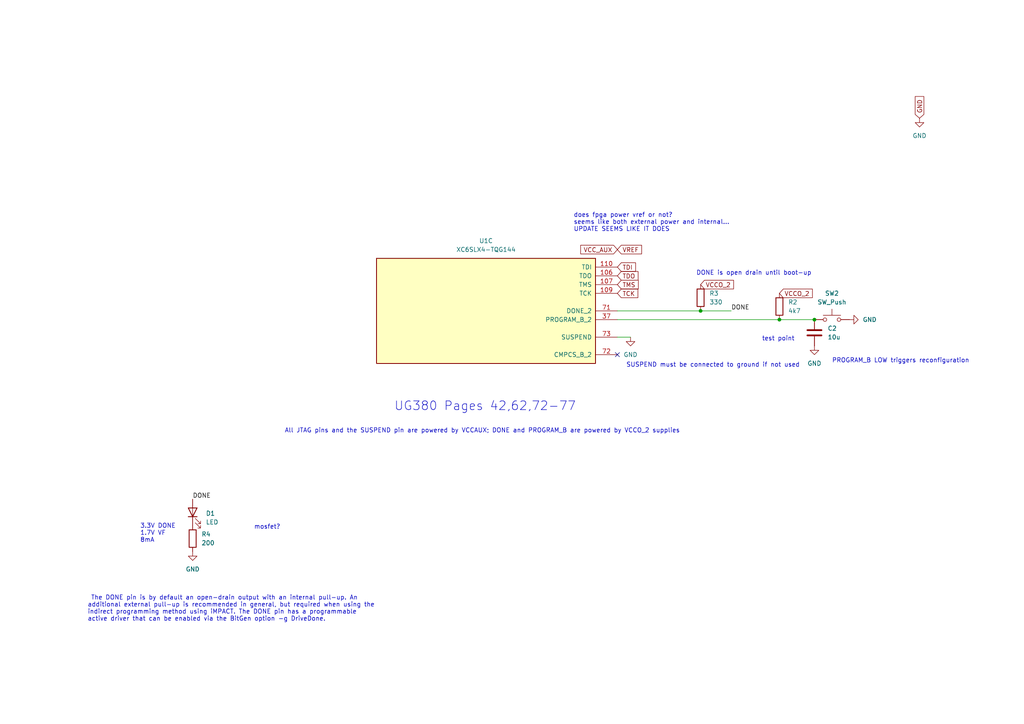
<source format=kicad_sch>
(kicad_sch (version 20230121) (generator eeschema)
  (paper "A4")
  (lib_symbols
    (symbol "Device:C" (pin_numbers hide) (pin_names (offset 0.254))
      (property "Reference" "C" (at 0.635 2.54 0))
      (property "Value" "C" (at 0.635 -2.54 0))
      (symbol "C_0_1"
        (polyline (pts (xy -2.032 -0.762) (xy 2.032 -0.762)) (stroke (width 0.508)))
        (polyline (pts (xy -2.032 0.762) (xy 2.032 0.762)) (stroke (width 0.508)))
      )
      (symbol "C_1_1"
        (pin passive line (at 0 3.81 270) (length 2.794) (name "~") (number "1"))
        (pin passive line (at 0 -3.81 90) (length 2.794) (name "~") (number "2"))
      )
    )
    (symbol "Device:LED" (pin_numbers hide) (pin_names (offset 1.016) hide)
      (property "Reference" "D" (at 0 2.54 0))
      (property "Value" "LED" (at 0 -2.54 0))
      (symbol "LED_0_1"
        (polyline (pts (xy -1.27 -1.27) (xy -1.27 1.27)) (stroke (width 0.254)))
        (polyline (pts (xy -1.27 0) (xy 1.27 0)))
        (polyline (pts (xy 1.27 -1.27) (xy 1.27 1.27) (xy -1.27 0) (xy 1.27 -1.27)) (stroke (width 0.254)))
        (polyline (pts (xy -3.048 -0.762) (xy -4.572 -2.286) (xy -3.81 -2.286) (xy -4.572 -2.286) (xy -4.572 -1.524)))
        (polyline (pts (xy -1.778 -0.762) (xy -3.302 -2.286) (xy -2.54 -2.286) (xy -3.302 -2.286) (xy -3.302 -1.524)))
      )
      (symbol "LED_1_1"
        (pin passive line (at -3.81 0 0) (length 2.54) (name "K") (number "1"))
        (pin passive line (at 3.81 0 180) (length 2.54) (name "A") (number "2"))
      )
    )
    (symbol "Device:R" (pin_numbers hide) (pin_names (offset 0))
      (property "Reference" "R" (at 2.032 0 90))
      (property "Value" "R" (at 0 0 90))
      (symbol "R_0_1"
        (rectangle (start -1.016 -2.54) (end 1.016 2.54) (stroke (width 0.254)))
      )
      (symbol "R_1_1"
        (pin passive line (at 0 3.81 270) (length 1.27) (name "~") (number "1"))
        (pin passive line (at 0 -3.81 90) (length 1.27) (name "~") (number "2"))
      )
    )
    (symbol "FPGA_Xilinx_Spartan6:XC6SLX4-TQG144" (pin_names (offset 1.016))
      (property "Reference" "U" (at 0 1.27 0))
      (property "Value" "XC6SLX4-TQG144" (at 0 -1.27 0))
      (symbol "XC6SLX4-TQG144_1_1"
        (rectangle (start -44.45 36.83) (end 44.45 -43.18) (stroke (width 0.254)) (fill (type background)))
        (pin bidirectional line (at 50.8 12.7 180) (length 6.35) (name "IO_L33P_1") (number "100"))
        (pin bidirectional line (at 50.8 15.24 180) (length 6.35) (name "IO_L32N_1") (number "101"))
        (pin bidirectional line (at 50.8 17.78 180) (length 6.35) (name "IO_L32P_1") (number "102"))
        (pin power_in line (at 40.64 43.18 270) (length 6.35) (name "VCCO_1") (number "103"))
        (pin bidirectional line (at 50.8 20.32 180) (length 6.35) (name "IO_L1N_VREF_1") (number "104"))
        (pin bidirectional line (at 50.8 22.86 180) (length 6.35) (name "IO_L1P_1") (number "105"))
        (pin bidirectional line (at -50.8 -40.64 0) (length 6.35) (name "IO_L66N_SCP0_0") (number "111"))
        (pin bidirectional line (at -50.8 -38.1 0) (length 6.35) (name "IO_L66P_SCP1_0") (number "112"))
        (pin bidirectional line (at -50.8 -35.56 0) (length 6.35) (name "IO_L65N_SCP2_0") (number "114"))
        (pin bidirectional line (at -50.8 -33.02 0) (length 6.35) (name "IO_L65P_SCP3_0") (number "115"))
        (pin bidirectional line (at -50.8 -30.48 0) (length 6.35) (name "IO_L64N_SCP4_0") (number "116"))
        (pin bidirectional line (at -50.8 -27.94 0) (length 6.35) (name "IO_L64P_SCP5_0") (number "117"))
        (pin bidirectional line (at -50.8 -25.4 0) (length 6.35) (name "IO_L63N_SCP6_0") (number "118"))
        (pin bidirectional line (at -50.8 -22.86 0) (length 6.35) (name "IO_L63P_SCP7_0") (number "119"))
        (pin bidirectional line (at -50.8 -20.32 0) (length 6.35) (name "IO_L62N_VREF_0") (number "120"))
        (pin bidirectional line (at -50.8 -17.78 0) (length 6.35) (name "IO_L62P_0") (number "121"))
        (pin power_in line (at -40.64 43.18 270) (length 6.35) (name "VCCO_0") (number "122"))
        (pin bidirectional line (at -50.8 -15.24 0) (length 6.35) (name "IO_L37N_GCLK12_0") (number "123"))
        (pin bidirectional line (at -50.8 -12.7 0) (length 6.35) (name "IO_L37P_GCLK13_0") (number "124"))
        (pin power_in line (at -38.1 43.18 270) (length 6.35) (name "VCCO_0") (number "125"))
        (pin bidirectional line (at -50.8 -10.16 0) (length 6.35) (name "IO_L36N_GCLK14_0") (number "126"))
        (pin bidirectional line (at -50.8 -7.62 0) (length 6.35) (name "IO_L36P_GCLK15_0") (number "127"))
        (pin bidirectional line (at -50.8 -5.08 0) (length 6.35) (name "IO_L35N_GCLK16_0") (number "131"))
        (pin bidirectional line (at -50.8 -2.54 0) (length 6.35) (name "IO_L35P_GCLK17_0") (number "132"))
        (pin bidirectional line (at -50.8 0 0) (length 6.35) (name "IO_L34N_GCLK18_0") (number "133"))
        (pin bidirectional line (at -50.8 2.54 0) (length 6.35) (name "IO_L34P_GCLK19_0") (number "134"))
        (pin power_in line (at -35.56 43.18 270) (length 6.35) (name "VCCO_0") (number "135"))
        (pin bidirectional line (at -50.8 5.08 0) (length 6.35) (name "IO_L4N_0") (number "137"))
        (pin bidirectional line (at -50.8 7.62 0) (length 6.35) (name "IO_L4P_0") (number "138"))
        (pin bidirectional line (at -50.8 10.16 0) (length 6.35) (name "IO_L3N_0") (number "139"))
        (pin bidirectional line (at -50.8 12.7 0) (length 6.35) (name "IO_L3P_0") (number "140"))
        (pin bidirectional line (at -50.8 15.24 0) (length 6.35) (name "IO_L2N_0") (number "141"))
        (pin bidirectional line (at -50.8 17.78 0) (length 6.35) (name "IO_L2P_0") (number "142"))
        (pin bidirectional line (at -50.8 20.32 0) (length 6.35) (name "IO_L1N_VREF_0") (number "143"))
        (pin bidirectional line (at -50.8 22.86 0) (length 6.35) (name "IO_L1P_HSWAPEN_0") (number "144"))
        (pin bidirectional line (at 50.8 -35.56 180) (length 6.35) (name "IO_L74N_DOUT_BUSY_1") (number "74"))
        (pin bidirectional line (at 50.8 -33.02 180) (length 6.35) (name "IO_L74P_AWAKE_1") (number "75"))
        (pin power_in line (at 35.56 43.18 270) (length 6.35) (name "VCCO_1") (number "76"))
        (pin bidirectional line (at 50.8 -30.48 180) (length 6.35) (name "IO_L47N_1") (number "78"))
        (pin bidirectional line (at 50.8 -27.94 180) (length 6.35) (name "IO_L47P_1") (number "79"))
        (pin bidirectional line (at 50.8 -25.4 180) (length 6.35) (name "IO_L46N_1") (number "80"))
        (pin bidirectional line (at 50.8 -22.86 180) (length 6.35) (name "IO_L46P_1") (number "81"))
        (pin bidirectional line (at 50.8 -20.32 180) (length 6.35) (name "IO_L45N_1") (number "82"))
        (pin bidirectional line (at 50.8 -17.78 180) (length 6.35) (name "IO_L45P_1") (number "83"))
        (pin bidirectional line (at 50.8 -15.24 180) (length 6.35) (name "IO_L43N_GCLK4_1") (number "84"))
        (pin bidirectional line (at 50.8 -12.7 180) (length 6.35) (name "IO_L43P_GCLK5_1") (number "85"))
        (pin power_in line (at 38.1 43.18 270) (length 6.35) (name "VCCO_1") (number "86"))
        (pin bidirectional line (at 50.8 -10.16 180) (length 6.35) (name "IO_L42N_GCLK6_TRDY1_1") (number "87"))
        (pin bidirectional line (at 50.8 -7.62 180) (length 6.35) (name "IO_L42P_GCLK7_1") (number "88"))
        (pin bidirectional line (at 50.8 -5.08 180) (length 6.35) (name "IO_L41N_GCLK8_1") (number "92"))
        (pin bidirectional line (at 50.8 -2.54 180) (length 6.35) (name "IO_L41P_GCLK9_IRDY1_1") (number "93"))
        (pin bidirectional line (at 50.8 0 180) (length 6.35) (name "IO_L40N_GCLK10_1") (number "94"))
        (pin bidirectional line (at 50.8 2.54 180) (length 6.35) (name "IO_L40P_GCLK11_1") (number "95"))
        (pin bidirectional line (at 50.8 5.08 180) (length 6.35) (name "IO_L34N_1") (number "97"))
        (pin bidirectional line (at 50.8 7.62 180) (length 6.35) (name "IO_L34P_1") (number "98"))
        (pin bidirectional line (at 50.8 10.16 180) (length 6.35) (name "IO_L33N_1") (number "99"))
      )
      (symbol "XC6SLX4-TQG144_2_1"
        (rectangle (start -44.45 36.83) (end 44.45 -43.18) (stroke (width 0.254)) (fill (type background)))
        (pin bidirectional line (at 50.8 -40.64 180) (length 6.35) (name "IO_L83N_VREF_3") (number "1"))
        (pin bidirectional line (at 50.8 -22.86 180) (length 6.35) (name "IO_L50P_3") (number "10"))
        (pin bidirectional line (at 50.8 -20.32 180) (length 6.35) (name "IO_L49N_3") (number "11"))
        (pin bidirectional line (at 50.8 -17.78 180) (length 6.35) (name "IO_L49P_3") (number "12"))
        (pin bidirectional line (at 50.8 -15.24 180) (length 6.35) (name "IO_L44N_GCLK20_3") (number "14"))
        (pin bidirectional line (at 50.8 -12.7 180) (length 6.35) (name "IO_L44P_GCLK21_3") (number "15"))
        (pin bidirectional line (at 50.8 -10.16 180) (length 6.35) (name "IO_L43N_GCLK22_IRDY2_3") (number "16"))
        (pin bidirectional line (at 50.8 -7.62 180) (length 6.35) (name "IO_L43P_GCLK23_3") (number "17"))
        (pin power_in line (at 38.1 43.18 270) (length 6.35) (name "VCCO_3") (number "18"))
        (pin bidirectional line (at 50.8 -38.1 180) (length 6.35) (name "IO_L83P_3") (number "2"))
        (pin bidirectional line (at 50.8 -5.08 180) (length 6.35) (name "IO_L42N_GCLK24_3") (number "21"))
        (pin bidirectional line (at 50.8 -2.54 180) (length 6.35) (name "IO_L42P_GCLK25_TRDY2_3") (number "22"))
        (pin bidirectional line (at 50.8 0 180) (length 6.35) (name "IO_L41N_GCLK26_3") (number "23"))
        (pin bidirectional line (at 50.8 2.54 180) (length 6.35) (name "IO_L41P_GCLK27_3") (number "24"))
        (pin bidirectional line (at 50.8 5.08 180) (length 6.35) (name "IO_L37N_3") (number "26"))
        (pin bidirectional line (at 50.8 7.62 180) (length 6.35) (name "IO_L37P_3") (number "27"))
        (pin bidirectional line (at 50.8 10.16 180) (length 6.35) (name "IO_L36N_3") (number "29"))
        (pin bidirectional line (at 50.8 12.7 180) (length 6.35) (name "IO_L36P_3") (number "30"))
        (pin power_in line (at 40.64 43.18 270) (length 6.35) (name "VCCO_3") (number "31"))
        (pin bidirectional line (at 50.8 15.24 180) (length 6.35) (name "IO_L2N_3") (number "32"))
        (pin bidirectional line (at 50.8 17.78 180) (length 6.35) (name "IO_L2P_3") (number "33"))
        (pin bidirectional line (at 50.8 20.32 180) (length 6.35) (name "IO_L1N_VREF_3") (number "34"))
        (pin bidirectional line (at 50.8 22.86 180) (length 6.35) (name "IO_L1P_3") (number "35"))
        (pin bidirectional line (at -50.8 -40.64 0) (length 6.35) (name "IO_L65N_CSO_B_2") (number "38"))
        (pin bidirectional line (at -50.8 -38.1 0) (length 6.35) (name "IO_L65P_INIT_B_2") (number "39"))
        (pin power_in line (at 35.56 43.18 270) (length 6.35) (name "VCCO_3") (number "4"))
        (pin bidirectional line (at -50.8 -35.56 0) (length 6.35) (name "IO_L64N_D9_2") (number "40"))
        (pin bidirectional line (at -50.8 -33.02 0) (length 6.35) (name "IO_L64P_D8_2") (number "41"))
        (pin power_in line (at -40.64 43.18 270) (length 6.35) (name "VCCO_2") (number "42"))
        (pin bidirectional line (at -50.8 -30.48 0) (length 6.35) (name "IO_L62N_D6_2") (number "43"))
        (pin bidirectional line (at -50.8 -27.94 0) (length 6.35) (name "IO_L62P_D5_2") (number "44"))
        (pin bidirectional line (at -50.8 -25.4 0) (length 6.35) (name "IO_L49N_D4_2") (number "45"))
        (pin bidirectional line (at -50.8 -22.86 0) (length 6.35) (name "IO_L49P_D3_2") (number "46"))
        (pin bidirectional line (at -50.8 -20.32 0) (length 6.35) (name "IO_L48N_RDWR_B_VREF_2") (number "47"))
        (pin bidirectional line (at -50.8 -17.78 0) (length 6.35) (name "IO_L48P_D7_2") (number "48"))
        (pin bidirectional line (at 50.8 -35.56 180) (length 6.35) (name "IO_L52N_3") (number "5"))
        (pin bidirectional line (at -50.8 -15.24 0) (length 6.35) (name "IO_L31N_GCLK30_D15_2") (number "50"))
        (pin bidirectional line (at -50.8 -12.7 0) (length 6.35) (name "IO_L31P_GCLK31_D14_2") (number "51"))
        (pin bidirectional line (at -50.8 -10.16 0) (length 6.35) (name "IO_L30N_GCLK0_USERCCLK_2") (number "55"))
        (pin bidirectional line (at -50.8 -7.62 0) (length 6.35) (name "IO_L30P_GCLK1_D13_2") (number "56"))
        (pin bidirectional line (at -50.8 -5.08 0) (length 6.35) (name "IO_L14N_D12_2") (number "57"))
        (pin bidirectional line (at -50.8 -2.54 0) (length 6.35) (name "IO_L14P_D11_2") (number "58"))
        (pin bidirectional line (at -50.8 0 0) (length 6.35) (name "IO_L13N_D10_2") (number "59"))
        (pin bidirectional line (at 50.8 -33.02 180) (length 6.35) (name "IO_L52P_3") (number "6"))
        (pin bidirectional line (at -50.8 2.54 0) (length 6.35) (name "IO_L13P_M1_2") (number "60"))
        (pin bidirectional line (at -50.8 5.08 0) (length 6.35) (name "IO_L12N_D2_MISO3_2") (number "61"))
        (pin bidirectional line (at -50.8 7.62 0) (length 6.35) (name "IO_L12P_D1_MISO2_2") (number "62"))
        (pin power_in line (at -38.1 43.18 270) (length 6.35) (name "VCCO_2") (number "63"))
        (pin bidirectional line (at -50.8 10.16 0) (length 6.35) (name "IO_L3N_MOSI_CSI_B_MISO0_2") (number "64"))
        (pin bidirectional line (at -50.8 12.7 0) (length 6.35) (name "IO_L3P_D0_DIN_MISO_MISO1_2") (number "65"))
        (pin bidirectional line (at -50.8 15.24 0) (length 6.35) (name "IO_L2N_CMPMOSI_2") (number "66"))
        (pin bidirectional line (at -50.8 17.78 0) (length 6.35) (name "IO_L2P_CMPCLK_2") (number "67"))
        (pin bidirectional line (at -50.8 20.32 0) (length 6.35) (name "IO_L1N_M0_CMPMISO_2") (number "69"))
        (pin bidirectional line (at 50.8 -30.48 180) (length 6.35) (name "IO_L51N_3") (number "7"))
        (pin bidirectional line (at -50.8 22.86 0) (length 6.35) (name "IO_L1P_CCLK_2") (number "70"))
        (pin bidirectional line (at 50.8 -27.94 180) (length 6.35) (name "IO_L51P_3") (number "8"))
        (pin bidirectional line (at 50.8 -25.4 180) (length 6.35) (name "IO_L50N_3") (number "9"))
      )
      (symbol "XC6SLX4-TQG144_3_1"
        (rectangle (start -31.75 15.24) (end 31.75 -15.24) (stroke (width 0.254)) (fill (type background)))
        (pin bidirectional line (at 38.1 10.16 180) (length 6.35) (name "TDO") (number "106"))
        (pin bidirectional line (at 38.1 7.62 180) (length 6.35) (name "TMS") (number "107"))
        (pin bidirectional line (at 38.1 5.08 180) (length 6.35) (name "TCK") (number "109"))
        (pin bidirectional line (at 38.1 12.7 180) (length 6.35) (name "TDI") (number "110"))
        (pin bidirectional line (at 38.1 -2.54 180) (length 6.35) (name "PROGRAM_B_2") (number "37"))
        (pin bidirectional line (at 38.1 0 180) (length 6.35) (name "DONE_2") (number "71"))
        (pin bidirectional line (at 38.1 -12.7 180) (length 6.35) (name "CMPCS_B_2") (number "72"))
        (pin bidirectional line (at 38.1 -7.62 180) (length 6.35) (name "SUSPEND") (number "73"))
      )
      (symbol "XC6SLX4-TQG144_4_1"
        (rectangle (start -19.05 17.78) (end 19.05 -17.78) (stroke (width 0.254)) (fill (type background)))
        (pin power_in line (at 25.4 -7.62 180) (length 6.35) (name "GND") (number "108"))
        (pin power_in line (at 25.4 -10.16 180) (length 6.35) (name "GND") (number "113"))
        (pin power_in line (at 25.4 5.08 180) (length 6.35) (name "VCCINT") (number "128"))
        (pin power_in line (at -25.4 5.08 0) (length 6.35) (name "VCCAUX") (number "129"))
        (pin power_in line (at -25.4 -2.54 0) (length 6.35) (name "GND") (number "13"))
        (pin power_in line (at 25.4 -12.7 180) (length 6.35) (name "GND") (number "130"))
        (pin power_in line (at 25.4 -15.24 180) (length 6.35) (name "GND") (number "136"))
        (pin power_in line (at 25.4 15.24 180) (length 6.35) (name "VCCINT") (number "19"))
        (pin power_in line (at -25.4 15.24 0) (length 6.35) (name "VCCAUX") (number "20"))
        (pin power_in line (at -25.4 -5.08 0) (length 6.35) (name "GND") (number "25"))
        (pin power_in line (at 25.4 12.7 180) (length 6.35) (name "VCCINT") (number "28"))
        (pin power_in line (at -25.4 0 0) (length 6.35) (name "GND") (number "3"))
        (pin power_in line (at -25.4 12.7 0) (length 6.35) (name "VCCAUX") (number "36"))
        (pin power_in line (at -25.4 -7.62 0) (length 6.35) (name "GND") (number "49"))
        (pin power_in line (at 25.4 10.16 180) (length 6.35) (name "VCCINT") (number "52"))
        (pin power_in line (at -25.4 10.16 0) (length 6.35) (name "VCCAUX") (number "53"))
        (pin power_in line (at -25.4 -10.16 0) (length 6.35) (name "GND") (number "54"))
        (pin power_in line (at -25.4 -12.7 0) (length 6.35) (name "GND") (number "68"))
        (pin power_in line (at -25.4 -15.24 0) (length 6.35) (name "GND") (number "77"))
        (pin power_in line (at 25.4 7.62 180) (length 6.35) (name "VCCINT") (number "89"))
        (pin power_in line (at -25.4 7.62 0) (length 6.35) (name "VCCAUX") (number "90"))
        (pin power_in line (at 25.4 -2.54 180) (length 6.35) (name "GND") (number "91"))
        (pin power_in line (at 25.4 -5.08 180) (length 6.35) (name "GND") (number "96"))
      )
    )
    (symbol "Switch:SW_Push" (pin_numbers hide) (pin_names (offset 1.016) hide)
      (property "Reference" "SW" (at 1.27 2.54 0))
      (property "Value" "SW_Push" (at 0 -1.524 0))
      (symbol "SW_Push_0_1"
        (circle (center -2.032 0) (radius 0.508))
        (polyline (pts (xy 0 1.27) (xy 0 3.048)))
        (polyline (pts (xy 2.54 1.27) (xy -2.54 1.27)))
        (circle (center 2.032 0) (radius 0.508))
        (pin passive line (at -5.08 0 0) (length 2.54) (name "1") (number "1"))
        (pin passive line (at 5.08 0 180) (length 2.54) (name "2") (number "2"))
      )
    )
    (symbol "power:GND" (power) (pin_names (offset 0))
      (property "Value" "GND" (at 0 -3.81 0))
      (symbol "GND_0_1"
        (polyline (pts (xy 0 0) (xy 0 -1.27) (xy 1.27 -1.27) (xy 0 -2.54) (xy -1.27 -1.27) (xy 0 -1.27)))
      )
      (symbol "GND_1_1"
        (pin power_in line (at 0 0 270) (length 0) hide (name "GND") (number "1"))
      )
    )
  )
  (junction (at 203.2 90.17))
  (junction (at 236.22 92.71))
  (junction (at 226.06 92.71))
  (no_connect (at 179.07 102.87))
  (wire (pts (xy 179.07 97.79) (xy 182.88 97.79)))
  (wire (pts (xy 179.07 92.71) (xy 226.06 92.71)))
  (wire (pts (xy 179.07 90.17) (xy 203.2 90.17)))
  (wire (pts (xy 226.06 92.71) (xy 236.22 92.71)))
  (wire (pts (xy 203.2 90.17) (xy 212.09 90.17)))
  (text "All JTAG pins and the SUSPEND pin are powered by VCCAUX; DONE and PROGRAM_B are powered by VCCO_2 supplies" (at 82.55 125.73 0) (effects (font (size 1.27 1.27)) (justify left bottom)))
  (text " The DONE pin is by default an open-drain output with an internal pull-up. An \nadditional external pull-up is recommended in general, but required when using the \nindirect programming method using iMPACT. The DONE pin has a programmable \nactive driver that can be enabled via the BitGen option -g DriveDone." (at 25.4 180.34 0) (effects (font (size 1.27 1.27)) (justify left bottom)))
  (text "DONE is open drain until boot-up" (at 201.93 80.01 0) (effects (font (size 1.27 1.27)) (justify left bottom)))
  (text "PROGRAM_B LOW triggers reconfiguration" (at 241.3 105.41 0) (effects (font (size 1.27 1.27)) (justify left bottom)))
  (text "does fpga power vref or not?\nseems like both external power and internal...\nUPDATE SEEMS LIKE IT DOES" (at 166.37 67.31 0) (effects (font (size 1.27 1.27)) (justify left bottom)))
  (text "3.3V DONE\n1.7V VF\n8mA" (at 40.64 157.48 0) (effects (font (size 1.27 1.27)) (justify left bottom)))
  (text "test point" (at 220.98 99.06 0) (effects (font (size 1.27 1.27)) (justify left bottom)))
  (text "UG380 Pages 42,62,72-77" (at 114.3 119.38 0) (effects (font (size 2.54 2.54)) (justify left bottom)))
  (text "SUSPEND must be connected to ground if not used" (at 181.61 106.68 0) (effects (font (size 1.27 1.27)) (justify left bottom)))
  (text "mosfet?" (at 73.66 153.67 0) (effects (font (size 1.27 1.27)) (justify left bottom)))
  (label "DONE" (at 212.09 90.17 0))
  (label "DONE" (at 55.88 144.78 0))
  (global_label "VCCO_2" (shape input) (at 226.06 85.09 0) (property "Intersheetrefs" "${INTERSHEET_REFS}" (effects hide)))
  (global_label "TCK" (shape input) (at 179.07 85.09 0) (property "Intersheetrefs" "${INTERSHEET_REFS}" (effects hide)))
  (global_label "TMS" (shape input) (at 179.07 82.55 0) (property "Intersheetrefs" "${INTERSHEET_REFS}" (effects hide)))
  (global_label "TDI" (shape input) (at 179.07 77.47 0) (property "Intersheetrefs" "${INTERSHEET_REFS}" (effects hide)))
  (global_label "VREF" (shape input) (at 179.07 72.39 0) (property "Intersheetrefs" "${INTERSHEET_REFS}" (effects hide)))
  (global_label "VCC_AUX" (shape input) (at 179.07 72.39 180) (property "Intersheetrefs" "${INTERSHEET_REFS}" (effects hide)))
  (global_label "GND" (shape input) (at 266.7 34.29 90) (property "Intersheetrefs" "${INTERSHEET_REFS}" (effects hide)))
  (global_label "TDO" (shape input) (at 179.07 80.01 0) (property "Intersheetrefs" "${INTERSHEET_REFS}" (effects hide)))
  (global_label "VCCO_2" (shape input) (at 203.2 82.55 0) (property "Intersheetrefs" "${INTERSHEET_REFS}" (effects hide)))
  (symbol (lib_id "Device:C") (at 236.22 96.52 0) (unit 1)
    (property "Reference" "C2" (at 240.03 95.25 0) (effects (justify left)))
    (property "Value" "10u" (at 240.03 97.79 0) (effects (justify left)))
  )
  (symbol (lib_id "power:GND") (at 182.88 97.79 0) (unit 1)
    (property "Reference" "#PWR01" (effects hide))
    (property "Value" "GND" (at 182.88 102.87 0))
  )
  (symbol (lib_id "Device:R") (at 55.88 156.21 0) (unit 1)
    (property "Reference" "R4" (at 58.42 154.94 0) (effects (justify left)))
    (property "Value" "200" (at 58.42 157.48 0) (effects (justify left)))
  )
  (symbol (lib_id "Switch:SW_Push") (at 241.3 92.71 0) (unit 1)
    (property "Reference" "SW2" (at 241.3 85.09 0))
    (property "Value" "SW_Push" (at 241.3 87.63 0))
  )
  (symbol (lib_id "power:GND") (at 246.38 92.71 90) (unit 1)
    (property "Reference" "#PWR04" (effects hide))
    (property "Value" "GND" (at 250.19 92.71 90) (effects (justify right)))
  )
  (symbol (lib_id "power:GND") (at 266.7 34.29 0) (unit 1)
    (property "Reference" "#PWR016" (effects hide))
    (property "Value" "GND" (at 266.7 39.37 0))
    (instances (project "fpga" (path "" (reference "#PWR016") (unit 1)) (path "" (reference "#PWR026") (unit 1)) (path "" (reference "#PWR036") (unit 1)) (path "" (reference "#PWR039") (unit 1))))
  )
  (symbol (lib_id "Device:R") (at 203.2 86.36 180) (unit 1)
    (property "Reference" "R3" (at 205.74 85.09 0) (effects (justify right)))
    (property "Value" "330" (at 205.74 87.63 0) (effects (justify right)))
  )
  (symbol (lib_id "power:GND") (at 55.88 160.02 0) (unit 1)
    (property "Reference" "#PWR02" (effects hide))
    (property "Value" "GND" (at 55.88 165.1 0))
  )
  (symbol (lib_id "Device:LED") (at 55.88 148.59 90) (unit 1)
    (property "Reference" "D1" (at 59.69 148.9075 90) (effects (justify right)))
    (property "Value" "LED" (at 59.69 151.4475 90) (effects (justify right)))
  )
  (symbol (lib_id "Device:R") (at 226.06 88.9 0) (unit 1)
    (property "Reference" "R2" (at 228.6 87.63 0) (effects (justify left)))
    (property "Value" "4k7" (at 228.6 90.17 0) (effects (justify left)))
  )
  (symbol (lib_id "power:GND") (at 236.22 100.33 0) (unit 1)
    (property "Reference" "#PWR05" (effects hide))
    (property "Value" "GND" (at 236.22 105.41 0))
  )
  (symbol (lib_id "FPGA_Xilinx_Spartan6:XC6SLX4-TQG144") (at 140.97 90.17 0) (unit 3)
    (property "Reference" "U1" (at 140.97 69.85 0))
    (property "Value" "XC6SLX4-TQG144" (at 140.97 72.39 0))
    (instances (project "fpga" (path "" (reference "U1") (unit 3)) (path "" (reference "U2") (unit 3)) (path "" (reference "U3") (unit 3)) (path "" (reference "U4") (unit 3))))
  )
)
</source>
